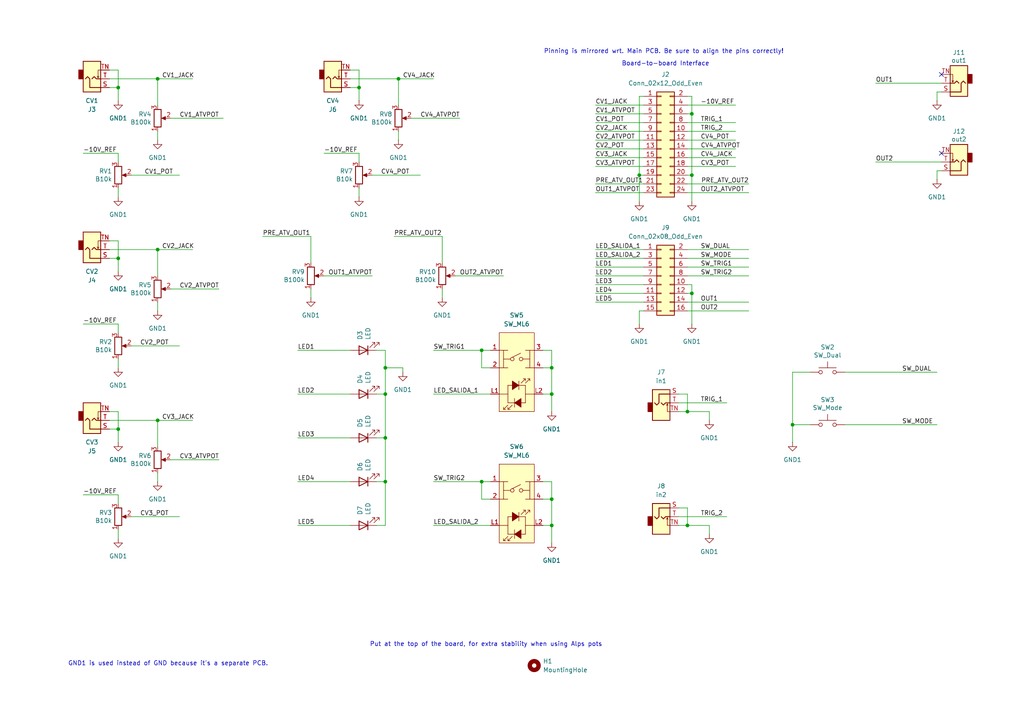
<source format=kicad_sch>
(kicad_sch (version 20231120) (generator "eeschema") (generator_version "8.0")
  (paper "A4")
  (title_block (title "Front PCB") (date "2024-09-14") (rev "v0.1") (company "Sluisbrinkie"))
  (lib_symbols
    (symbol "Connector_Audio:AudioJack2_SwitchT"
      (property "Reference" "J" (at 0 8.89 0))
      (property "Value" "AudioJack2_SwitchT" (at 0 6.35 0))
      (symbol "AudioJack2_SwitchT_0_1"
        (rectangle (start -2.54 0) (end -3.81 -2.54) (stroke (width 0.254)) (fill (type outline)))
        (polyline (pts (xy 1.778 -0.254) (xy 2.032 -0.762)))
        (polyline (pts (xy 0 0) (xy 0.635 -0.635) (xy 1.27 0) (xy 2.54 0)) (stroke (width 0.254)))
        (polyline (pts (xy 2.54 -2.54) (xy 1.778 -2.54) (xy 1.778 -0.254) (xy 1.524 -0.762)))
        (polyline (pts (xy 2.54 2.54) (xy -0.635 2.54) (xy -0.635 0) (xy -1.27 -0.635) (xy -1.905 0)) (stroke (width 0.254)))
        (rectangle (start 2.54 3.81) (end -2.54 -5.08) (stroke (width 0.254)) (fill (type background)))
      )
      (symbol "AudioJack2_SwitchT_1_1"
        (pin passive line (at 5.08 2.54 180) (length 2.54) (name "~") (number "S"))
        (pin passive line (at 5.08 0 180) (length 2.54) (name "~") (number "T"))
        (pin passive line (at 5.08 -2.54 180) (length 2.54) (name "~") (number "TN"))
      )
    )
    (symbol "Connector_Generic:Conn_02x08_Odd_Even" (pin_names (offset 1.016) hide)
      (property "Reference" "J" (at 1.27 10.16 0))
      (property "Value" "Conn_02x08_Odd_Even" (at 1.27 -12.7 0))
      (symbol "Conn_02x08_Odd_Even_1_1"
        (rectangle (start -1.27 -10.033) (end 0 -10.287) (stroke (width 0.1524)))
        (rectangle (start -1.27 -7.493) (end 0 -7.747) (stroke (width 0.1524)))
        (rectangle (start -1.27 -4.953) (end 0 -5.207) (stroke (width 0.1524)))
        (rectangle (start -1.27 -2.413) (end 0 -2.667) (stroke (width 0.1524)))
        (rectangle (start -1.27 0.127) (end 0 -0.127) (stroke (width 0.1524)))
        (rectangle (start -1.27 2.667) (end 0 2.413) (stroke (width 0.1524)))
        (rectangle (start -1.27 5.207) (end 0 4.953) (stroke (width 0.1524)))
        (rectangle (start -1.27 7.747) (end 0 7.493) (stroke (width 0.1524)))
        (rectangle (start -1.27 8.89) (end 3.81 -11.43) (stroke (width 0.254)) (fill (type background)))
        (rectangle (start 3.81 -10.033) (end 2.54 -10.287) (stroke (width 0.1524)))
        (rectangle (start 3.81 -7.493) (end 2.54 -7.747) (stroke (width 0.1524)))
        (rectangle (start 3.81 -4.953) (end 2.54 -5.207) (stroke (width 0.1524)))
        (rectangle (start 3.81 -2.413) (end 2.54 -2.667) (stroke (width 0.1524)))
        (rectangle (start 3.81 0.127) (end 2.54 -0.127) (stroke (width 0.1524)))
        (rectangle (start 3.81 2.667) (end 2.54 2.413) (stroke (width 0.1524)))
        (rectangle (start 3.81 5.207) (end 2.54 4.953) (stroke (width 0.1524)))
        (rectangle (start 3.81 7.747) (end 2.54 7.493) (stroke (width 0.1524)))
        (pin passive line (at -5.08 7.62 0) (length 3.81) (name "Pin_1") (number "1"))
        (pin passive line (at 7.62 -2.54 180) (length 3.81) (name "Pin_10") (number "10"))
        (pin passive line (at -5.08 -5.08 0) (length 3.81) (name "Pin_11") (number "11"))
        (pin passive line (at 7.62 -5.08 180) (length 3.81) (name "Pin_12") (number "12"))
        (pin passive line (at -5.08 -7.62 0) (length 3.81) (name "Pin_13") (number "13"))
        (pin passive line (at 7.62 -7.62 180) (length 3.81) (name "Pin_14") (number "14"))
        (pin passive line (at -5.08 -10.16 0) (length 3.81) (name "Pin_15") (number "15"))
        (pin passive line (at 7.62 -10.16 180) (length 3.81) (name "Pin_16") (number "16"))
        (pin passive line (at 7.62 7.62 180) (length 3.81) (name "Pin_2") (number "2"))
        (pin passive line (at -5.08 5.08 0) (length 3.81) (name "Pin_3") (number "3"))
        (pin passive line (at 7.62 5.08 180) (length 3.81) (name "Pin_4") (number "4"))
        (pin passive line (at -5.08 2.54 0) (length 3.81) (name "Pin_5") (number "5"))
        (pin passive line (at 7.62 2.54 180) (length 3.81) (name "Pin_6") (number "6"))
        (pin passive line (at -5.08 0 0) (length 3.81) (name "Pin_7") (number "7"))
        (pin passive line (at 7.62 0 180) (length 3.81) (name "Pin_8") (number "8"))
        (pin passive line (at -5.08 -2.54 0) (length 3.81) (name "Pin_9") (number "9"))
      )
    )
    (symbol "Connector_Generic:Conn_02x12_Odd_Even" (pin_names (offset 1.016) hide)
      (property "Reference" "J" (at 1.27 15.24 0))
      (property "Value" "Conn_02x12_Odd_Even" (at 1.27 -17.78 0))
      (symbol "Conn_02x12_Odd_Even_1_1"
        (rectangle (start -1.27 -15.113) (end 0 -15.367) (stroke (width 0.1524)))
        (rectangle (start -1.27 -12.573) (end 0 -12.827) (stroke (width 0.1524)))
        (rectangle (start -1.27 -10.033) (end 0 -10.287) (stroke (width 0.1524)))
        (rectangle (start -1.27 -7.493) (end 0 -7.747) (stroke (width 0.1524)))
        (rectangle (start -1.27 -4.953) (end 0 -5.207) (stroke (width 0.1524)))
        (rectangle (start -1.27 -2.413) (end 0 -2.667) (stroke (width 0.1524)))
        (rectangle (start -1.27 0.127) (end 0 -0.127) (stroke (width 0.1524)))
        (rectangle (start -1.27 2.667) (end 0 2.413) (stroke (width 0.1524)))
        (rectangle (start -1.27 5.207) (end 0 4.953) (stroke (width 0.1524)))
        (rectangle (start -1.27 7.747) (end 0 7.493) (stroke (width 0.1524)))
        (rectangle (start -1.27 10.287) (end 0 10.033) (stroke (width 0.1524)))
        (rectangle (start -1.27 12.827) (end 0 12.573) (stroke (width 0.1524)))
        (rectangle (start -1.27 13.97) (end 3.81 -16.51) (stroke (width 0.254)) (fill (type background)))
        (rectangle (start 3.81 -15.113) (end 2.54 -15.367) (stroke (width 0.1524)))
        (rectangle (start 3.81 -12.573) (end 2.54 -12.827) (stroke (width 0.1524)))
        (rectangle (start 3.81 -10.033) (end 2.54 -10.287) (stroke (width 0.1524)))
        (rectangle (start 3.81 -7.493) (end 2.54 -7.747) (stroke (width 0.1524)))
        (rectangle (start 3.81 -4.953) (end 2.54 -5.207) (stroke (width 0.1524)))
        (rectangle (start 3.81 -2.413) (end 2.54 -2.667) (stroke (width 0.1524)))
        (rectangle (start 3.81 0.127) (end 2.54 -0.127) (stroke (width 0.1524)))
        (rectangle (start 3.81 2.667) (end 2.54 2.413) (stroke (width 0.1524)))
        (rectangle (start 3.81 5.207) (end 2.54 4.953) (stroke (width 0.1524)))
        (rectangle (start 3.81 7.747) (end 2.54 7.493) (stroke (width 0.1524)))
        (rectangle (start 3.81 10.287) (end 2.54 10.033) (stroke (width 0.1524)))
        (rectangle (start 3.81 12.827) (end 2.54 12.573) (stroke (width 0.1524)))
        (pin passive line (at -5.08 12.7 0) (length 3.81) (name "Pin_1") (number "1"))
        (pin passive line (at 7.62 2.54 180) (length 3.81) (name "Pin_10") (number "10"))
        (pin passive line (at -5.08 0 0) (length 3.81) (name "Pin_11") (number "11"))
        (pin passive line (at 7.62 0 180) (length 3.81) (name "Pin_12") (number "12"))
        (pin passive line (at -5.08 -2.54 0) (length 3.81) (name "Pin_13") (number "13"))
        (pin passive line (at 7.62 -2.54 180) (length 3.81) (name "Pin_14") (number "14"))
        (pin passive line (at -5.08 -5.08 0) (length 3.81) (name "Pin_15") (number "15"))
        (pin passive line (at 7.62 -5.08 180) (length 3.81) (name "Pin_16") (number "16"))
        (pin passive line (at -5.08 -7.62 0) (length 3.81) (name "Pin_17") (number "17"))
        (pin passive line (at 7.62 -7.62 180) (length 3.81) (name "Pin_18") (number "18"))
        (pin passive line (at -5.08 -10.16 0) (length 3.81) (name "Pin_19") (number "19"))
        (pin passive line (at 7.62 12.7 180) (length 3.81) (name "Pin_2") (number "2"))
        (pin passive line (at 7.62 -10.16 180) (length 3.81) (name "Pin_20") (number "20"))
        (pin passive line (at -5.08 -12.7 0) (length 3.81) (name "Pin_21") (number "21"))
        (pin passive line (at 7.62 -12.7 180) (length 3.81) (name "Pin_22") (number "22"))
        (pin passive line (at -5.08 -15.24 0) (length 3.81) (name "Pin_23") (number "23"))
        (pin passive line (at 7.62 -15.24 180) (length 3.81) (name "Pin_24") (number "24"))
        (pin passive line (at -5.08 10.16 0) (length 3.81) (name "Pin_3") (number "3"))
        (pin passive line (at 7.62 10.16 180) (length 3.81) (name "Pin_4") (number "4"))
        (pin passive line (at -5.08 7.62 0) (length 3.81) (name "Pin_5") (number "5"))
        (pin passive line (at 7.62 7.62 180) (length 3.81) (name "Pin_6") (number "6"))
        (pin passive line (at -5.08 5.08 0) (length 3.81) (name "Pin_7") (number "7"))
        (pin passive line (at 7.62 5.08 180) (length 3.81) (name "Pin_8") (number "8"))
        (pin passive line (at -5.08 2.54 0) (length 3.81) (name "Pin_9") (number "9"))
      )
    )
    (symbol "Device:LED" (pin_numbers hide) (pin_names (offset 1.016) hide)
      (property "Reference" "D" (at 0 2.54 0))
      (property "Value" "LED" (at 0 -2.54 0))
      (symbol "LED_0_1"
        (polyline (pts (xy -1.27 -1.27) (xy -1.27 1.27)) (stroke (width 0.254)))
        (polyline (pts (xy -1.27 0) (xy 1.27 0)))
        (polyline (pts (xy 1.27 -1.27) (xy 1.27 1.27) (xy -1.27 0) (xy 1.27 -1.27)) (stroke (width 0.254)))
        (polyline (pts (xy -3.048 -0.762) (xy -4.572 -2.286) (xy -3.81 -2.286) (xy -4.572 -2.286) (xy -4.572 -1.524)))
        (polyline (pts (xy -1.778 -0.762) (xy -3.302 -2.286) (xy -2.54 -2.286) (xy -3.302 -2.286) (xy -3.302 -1.524)))
      )
      (symbol "LED_1_1"
        (pin passive line (at -3.81 0 0) (length 2.54) (name "K") (number "1"))
        (pin passive line (at 3.81 0 180) (length 2.54) (name "A") (number "2"))
      )
    )
    (symbol "Device:R_Potentiometer" (pin_names (offset 1.016) hide)
      (property "Reference" "RV" (at -4.445 0 90))
      (property "Value" "R_Potentiometer" (at -2.54 0 90))
      (symbol "R_Potentiometer_0_1"
        (polyline (pts (xy 2.54 0) (xy 1.524 0)))
        (polyline (pts (xy 1.143 0) (xy 2.286 0.508) (xy 2.286 -0.508) (xy 1.143 0)) (fill (type outline)))
        (rectangle (start 1.016 2.54) (end -1.016 -2.54) (stroke (width 0.254)))
      )
      (symbol "R_Potentiometer_1_1"
        (pin passive line (at 0 3.81 270) (length 1.27) (name "1") (number "1"))
        (pin passive line (at 3.81 0 180) (length 1.27) (name "2") (number "2"))
        (pin passive line (at 0 -3.81 90) (length 1.27) (name "3") (number "3"))
      )
    )
    (symbol "Library:SW_ML6" (pin_names (offset 1.016) hide)
      (property "Reference" "SW" (at 0 16.256 0))
      (property "Value" "SW_ML6" (at 0 -8.89 0))
      (symbol "SW_ML6_0_0"
        (polyline (pts (xy -5.08 -2.54) (xy -2.54 -2.54)))
        (polyline (pts (xy -5.08 5.08) (xy -2.54 5.08)))
        (polyline (pts (xy -5.08 10.16) (xy -2.54 10.16)))
        (polyline (pts (xy -3.81 -6.985) (xy -2.54 -5.715)))
        (polyline (pts (xy -2.54 -6.985) (xy -1.27 -5.715)))
        (polyline (pts (xy -2.54 -5.08) (xy 2.54 -5.08)))
        (polyline (pts (xy -2.54 0) (xy -2.54 -5.08)))
        (polyline (pts (xy -0.635 -3.81) (xy -0.635 -6.35)))
        (polyline (pts (xy 0.635 1.27) (xy 0.635 -1.27)))
        (polyline (pts (xy 2.54 0) (xy -2.54 0)))
        (polyline (pts (xy 2.54 0) (xy 2.54 -5.08)))
        (polyline (pts (xy 2.54 1.905) (xy 1.27 0.635)))
        (polyline (pts (xy 2.54 5.08) (xy 5.08 5.08)))
        (polyline (pts (xy 2.54 10.16) (xy 5.08 10.16)))
        (polyline (pts (xy 3.81 1.905) (xy 2.54 0.635)))
        (polyline (pts (xy 5.08 -2.54) (xy 2.54 -2.54)))
        (polyline (pts (xy -3.81 -6.35) (xy -3.81 -6.985) (xy -3.175 -6.985)))
        (polyline (pts (xy -2.54 -6.35) (xy -2.54 -6.985) (xy -1.905 -6.985)))
        (polyline (pts (xy 2.54 1.27) (xy 2.54 1.905) (xy 1.905 1.905)))
        (polyline (pts (xy 3.81 1.27) (xy 3.81 1.905) (xy 3.175 1.905)))
        (polyline (pts (xy -0.635 -5.08) (xy 1.27 -3.81) (xy 1.27 -6.35) (xy -0.635 -5.08)) (fill (type outline)))
        (polyline (pts (xy 0.635 0) (xy -1.27 1.27) (xy -1.27 -1.27) (xy 0.635 0)) (fill (type outline)))
      )
      (symbol "SW_ML6_0_1"
        (circle (center -1.27 7.62) (radius 0.508))
        (polyline (pts (xy -3.81 5.08) (xy -3.81 10.16)))
        (polyline (pts (xy 3.81 10.16) (xy 3.81 5.08)))
        (polyline (pts (xy -3.81 7.62) (xy -1.7848 7.6186) (xy -2.54 7.62)))
        (circle (center 1.27 7.62) (radius 0.508))
        (pin passive line (at -7.62 10.16 0) (length 2.54) (name "1") (number "1"))
        (pin passive line (at 7.62 5.08 180) (length 2.54) (name "A") (number "4"))
      )
      (symbol "SW_ML6_1_1"
        (rectangle (start -5.08 15.24) (end 5.08 -7.62) (fill (type background)))
        (polyline (pts (xy -1.2812 8.136) (xy 1.1414 9.3278)))
        (polyline (pts (xy 1.7834 7.6307) (xy 3.8086 7.6293) (xy 3.0534 7.6307)))
        (pin passive line (at -7.62 5.08 0) (length 2.54) (name "2") (number "2"))
        (pin passive line (at 7.62 10.16 180) (length 2.54) (name "3") (number "3"))
        (pin passive line (at -7.62 -2.54 0) (length 2.54) (name "L1") (number "L1"))
        (pin passive line (at 7.62 -2.54 180) (length 2.54) (name "L2") (number "L2"))
      )
    )
    (symbol "Mechanical:MountingHole" (pin_names (offset 1.016)) (exclude_from_sim yes) (in_bom no)
      (property "Reference" "H" (at 0 5.08 0))
      (property "Value" "MountingHole" (at 0 3.175 0))
      (symbol "MountingHole_0_1"
        (circle (center 0 0) (radius 1.27) (stroke (width 1.27)))
      )
    )
    (symbol "Switch:SW_Push" (pin_numbers hide) (pin_names (offset 1.016) hide)
      (property "Reference" "SW" (at 1.27 2.54 0))
      (property "Value" "SW_Push" (at 0 -1.524 0))
      (symbol "SW_Push_0_1"
        (circle (center -2.032 0) (radius 0.508))
        (polyline (pts (xy 0 1.27) (xy 0 3.048)))
        (polyline (pts (xy 2.54 1.27) (xy -2.54 1.27)))
        (circle (center 2.032 0) (radius 0.508))
        (pin passive line (at -5.08 0 0) (length 2.54) (name "1") (number "1"))
        (pin passive line (at 5.08 0 180) (length 2.54) (name "2") (number "2"))
      )
    )
    (symbol "power:GND1" (power) (pin_numbers hide) (pin_names (offset 0) hide)
      (property "Value" "GND1" (at 0 -3.81 0))
      (symbol "GND1_0_1"
        (polyline (pts (xy 0 0) (xy 0 -1.27) (xy 1.27 -1.27) (xy 0 -2.54) (xy -1.27 -1.27) (xy 0 -1.27)))
      )
      (symbol "GND1_1_1"
        (pin power_in line (at 0 0 270) (length 0) (name "~") (number "1"))
      )
    )
  )
  (junction (at 139.7 101.6))
  (junction (at 34.29 74.93))
  (junction (at 104.14 25.4))
  (junction (at 185.42 50.8))
  (junction (at 199.39 119.38))
  (junction (at 139.7 139.7))
  (junction (at 160.02 144.78))
  (junction (at 34.29 124.46))
  (junction (at 111.76 114.3))
  (junction (at 200.66 85.09))
  (junction (at 200.66 33.02))
  (junction (at 45.72 72.39))
  (junction (at 45.72 121.92))
  (junction (at 111.76 139.7))
  (junction (at 111.76 106.68))
  (junction (at 160.02 114.3))
  (junction (at 160.02 152.4))
  (junction (at 111.76 127))
  (junction (at 229.87 123.19))
  (junction (at 199.39 152.4))
  (junction (at 34.29 25.4))
  (junction (at 115.57 22.86))
  (junction (at 160.02 106.68))
  (junction (at 45.72 22.86))
  (junction (at 200.66 50.8))
  (no_connect (at 273.05 44.45))
  (no_connect (at 273.05 21.59))
  (wire (pts (xy 125.73 152.4) (xy 142.24 152.4)))
  (wire (pts (xy 142.24 106.68) (xy 139.7 106.68)))
  (wire (pts (xy 45.72 22.86) (xy 55.88 22.86)))
  (wire (pts (xy 128.27 68.58) (xy 128.27 76.2)))
  (wire (pts (xy 90.17 83.82) (xy 90.17 86.36)))
  (wire (pts (xy 199.39 43.18) (xy 213.36 43.18)))
  (wire (pts (xy 199.39 82.55) (xy 200.66 82.55)))
  (wire (pts (xy 45.72 121.92) (xy 45.72 129.54)))
  (wire (pts (xy 157.48 144.78) (xy 160.02 144.78)))
  (wire (pts (xy 115.57 22.86) (xy 125.73 22.86)))
  (wire (pts (xy 45.72 22.86) (xy 45.72 30.48)))
  (wire (pts (xy 199.39 114.3) (xy 199.39 119.38)))
  (wire (pts (xy 199.39 80.01) (xy 217.17 80.01)))
  (wire (pts (xy 114.3 68.58) (xy 128.27 68.58)))
  (wire (pts (xy 31.75 25.4) (xy 34.29 25.4)))
  (wire (pts (xy 196.85 149.86) (xy 210.82 149.86)))
  (wire (pts (xy 199.39 55.88) (xy 217.17 55.88)))
  (wire (pts (xy 34.29 69.85) (xy 34.29 74.93)))
  (wire (pts (xy 200.66 85.09) (xy 200.66 82.55)))
  (wire (pts (xy 254 24.13) (xy 273.05 24.13)))
  (wire (pts (xy 172.72 48.26) (xy 186.69 48.26)))
  (wire (pts (xy 24.13 44.45) (xy 34.29 44.45)))
  (wire (pts (xy 199.39 85.09) (xy 200.66 85.09)))
  (wire (pts (xy 185.42 50.8) (xy 186.69 50.8)))
  (wire (pts (xy 34.29 20.32) (xy 34.29 25.4)))
  (wire (pts (xy 229.87 123.19) (xy 229.87 107.95)))
  (wire (pts (xy 109.22 127) (xy 111.76 127)))
  (wire (pts (xy 31.75 74.93) (xy 34.29 74.93)))
  (wire (pts (xy 199.39 40.64) (xy 213.36 40.64)))
  (wire (pts (xy 34.29 104.14) (xy 34.29 106.68)))
  (wire (pts (xy 160.02 119.38) (xy 160.02 114.3)))
  (wire (pts (xy 109.22 152.4) (xy 111.76 152.4)))
  (wire (pts (xy 157.48 114.3) (xy 160.02 114.3)))
  (wire (pts (xy 254 46.99) (xy 273.05 46.99)))
  (wire (pts (xy 199.39 72.39) (xy 217.17 72.39)))
  (wire (pts (xy 271.78 49.53) (xy 273.05 49.53)))
  (wire (pts (xy 199.39 45.72) (xy 213.36 45.72)))
  (wire (pts (xy 200.66 33.02) (xy 199.39 33.02)))
  (wire (pts (xy 199.39 119.38) (xy 205.74 119.38)))
  (wire (pts (xy 111.76 114.3) (xy 111.76 127)))
  (wire (pts (xy 34.29 44.45) (xy 34.29 46.99)))
  (wire (pts (xy 45.72 87.63) (xy 45.72 90.17)))
  (wire (pts (xy 38.1 100.33) (xy 52.07 100.33)))
  (wire (pts (xy 172.72 33.02) (xy 186.69 33.02)))
  (wire (pts (xy 160.02 157.48) (xy 160.02 152.4)))
  (wire (pts (xy 109.22 114.3) (xy 111.76 114.3)))
  (wire (pts (xy 160.02 106.68) (xy 160.02 101.6)))
  (wire (pts (xy 172.72 45.72) (xy 186.69 45.72)))
  (wire (pts (xy 199.39 35.56) (xy 213.36 35.56)))
  (wire (pts (xy 86.36 114.3) (xy 101.6 114.3)))
  (wire (pts (xy 172.72 80.01) (xy 186.69 80.01)))
  (wire (pts (xy 31.75 22.86) (xy 45.72 22.86)))
  (wire (pts (xy 119.38 34.29) (xy 133.35 34.29)))
  (wire (pts (xy 49.53 133.35) (xy 63.5 133.35)))
  (wire (pts (xy 185.42 90.17) (xy 185.42 93.98)))
  (wire (pts (xy 185.42 50.8) (xy 185.42 58.42)))
  (wire (pts (xy 172.72 74.93) (xy 186.69 74.93)))
  (wire (pts (xy 104.14 54.61) (xy 104.14 57.15)))
  (wire (pts (xy 101.6 25.4) (xy 104.14 25.4)))
  (wire (pts (xy 139.7 139.7) (xy 142.24 139.7)))
  (wire (pts (xy 31.75 20.32) (xy 34.29 20.32)))
  (wire (pts (xy 24.13 93.98) (xy 34.29 93.98)))
  (wire (pts (xy 271.78 26.67) (xy 273.05 26.67)))
  (wire (pts (xy 24.13 143.51) (xy 34.29 143.51)))
  (wire (pts (xy 115.57 38.1) (xy 115.57 40.64)))
  (wire (pts (xy 34.29 128.27) (xy 34.29 124.46)))
  (wire (pts (xy 199.39 152.4) (xy 205.74 152.4)))
  (wire (pts (xy 31.75 69.85) (xy 34.29 69.85)))
  (wire (pts (xy 34.29 119.38) (xy 34.29 124.46)))
  (wire (pts (xy 90.17 68.58) (xy 90.17 76.2)))
  (wire (pts (xy 199.39 38.1) (xy 213.36 38.1)))
  (wire (pts (xy 160.02 152.4) (xy 160.02 144.78)))
  (wire (pts (xy 139.7 106.68) (xy 139.7 101.6)))
  (wire (pts (xy 107.95 50.8) (xy 121.92 50.8)))
  (wire (pts (xy 109.22 139.7) (xy 111.76 139.7)))
  (wire (pts (xy 86.36 101.6) (xy 101.6 101.6)))
  (wire (pts (xy 31.75 121.92) (xy 45.72 121.92)))
  (wire (pts (xy 38.1 50.8) (xy 52.07 50.8)))
  (wire (pts (xy 45.72 137.16) (xy 45.72 139.7)))
  (wire (pts (xy 229.87 123.19) (xy 229.87 128.27)))
  (wire (pts (xy 245.11 123.19) (xy 271.78 123.19)))
  (wire (pts (xy 160.02 101.6) (xy 157.48 101.6)))
  (wire (pts (xy 172.72 38.1) (xy 186.69 38.1)))
  (wire (pts (xy 34.29 143.51) (xy 34.29 146.05)))
  (wire (pts (xy 172.72 35.56) (xy 186.69 35.56)))
  (wire (pts (xy 271.78 29.21) (xy 271.78 26.67)))
  (wire (pts (xy 245.11 107.95) (xy 271.78 107.95)))
  (wire (pts (xy 86.36 139.7) (xy 101.6 139.7)))
  (wire (pts (xy 172.72 53.34) (xy 186.69 53.34)))
  (wire (pts (xy 104.14 20.32) (xy 104.14 25.4)))
  (wire (pts (xy 172.72 43.18) (xy 186.69 43.18)))
  (wire (pts (xy 104.14 44.45) (xy 104.14 46.99)))
  (wire (pts (xy 172.72 82.55) (xy 186.69 82.55)))
  (wire (pts (xy 31.75 72.39) (xy 45.72 72.39)))
  (wire (pts (xy 200.66 85.09) (xy 200.66 93.98)))
  (wire (pts (xy 199.39 53.34) (xy 217.17 53.34)))
  (wire (pts (xy 101.6 22.86) (xy 115.57 22.86)))
  (wire (pts (xy 86.36 152.4) (xy 101.6 152.4)))
  (wire (pts (xy 185.42 27.94) (xy 185.42 50.8)))
  (wire (pts (xy 172.72 85.09) (xy 186.69 85.09)))
  (wire (pts (xy 31.75 124.46) (xy 34.29 124.46)))
  (wire (pts (xy 49.53 34.29) (xy 64.77 34.29)))
  (wire (pts (xy 34.29 29.21) (xy 34.29 25.4)))
  (wire (pts (xy 115.57 22.86) (xy 115.57 30.48)))
  (wire (pts (xy 139.7 101.6) (xy 142.24 101.6)))
  (wire (pts (xy 196.85 114.3) (xy 199.39 114.3)))
  (wire (pts (xy 128.27 83.82) (xy 128.27 86.36)))
  (wire (pts (xy 199.39 27.94) (xy 200.66 27.94)))
  (wire (pts (xy 160.02 139.7) (xy 157.48 139.7)))
  (wire (pts (xy 160.02 114.3) (xy 160.02 106.68)))
  (wire (pts (xy 172.72 77.47) (xy 186.69 77.47)))
  (wire (pts (xy 76.2 68.58) (xy 90.17 68.58)))
  (wire (pts (xy 93.98 80.01) (xy 107.95 80.01)))
  (wire (pts (xy 31.75 119.38) (xy 34.29 119.38)))
  (wire (pts (xy 205.74 119.38) (xy 205.74 121.92)))
  (wire (pts (xy 111.76 106.68) (xy 111.76 114.3)))
  (wire (pts (xy 125.73 139.7) (xy 139.7 139.7)))
  (wire (pts (xy 34.29 153.67) (xy 34.29 156.21)))
  (wire (pts (xy 116.84 107.95) (xy 116.84 106.68)))
  (wire (pts (xy 196.85 152.4) (xy 199.39 152.4)))
  (wire (pts (xy 139.7 144.78) (xy 139.7 139.7)))
  (wire (pts (xy 196.85 116.84) (xy 210.82 116.84)))
  (wire (pts (xy 86.36 127) (xy 101.6 127)))
  (wire (pts (xy 157.48 106.68) (xy 160.02 106.68)))
  (wire (pts (xy 205.74 152.4) (xy 205.74 154.94)))
  (wire (pts (xy 111.76 106.68) (xy 116.84 106.68)))
  (wire (pts (xy 199.39 74.93) (xy 217.17 74.93)))
  (wire (pts (xy 111.76 127) (xy 111.76 139.7)))
  (wire (pts (xy 160.02 144.78) (xy 160.02 139.7)))
  (wire (pts (xy 186.69 27.94) (xy 185.42 27.94)))
  (wire (pts (xy 157.48 152.4) (xy 160.02 152.4)))
  (wire (pts (xy 111.76 101.6) (xy 109.22 101.6)))
  (wire (pts (xy 45.72 121.92) (xy 55.88 121.92)))
  (wire (pts (xy 49.53 83.82) (xy 63.5 83.82)))
  (wire (pts (xy 196.85 119.38) (xy 199.39 119.38)))
  (wire (pts (xy 234.95 123.19) (xy 229.87 123.19)))
  (wire (pts (xy 125.73 114.3) (xy 142.24 114.3)))
  (wire (pts (xy 111.76 152.4) (xy 111.76 139.7)))
  (wire (pts (xy 200.66 27.94) (xy 200.66 33.02)))
  (wire (pts (xy 172.72 72.39) (xy 186.69 72.39)))
  (wire (pts (xy 45.72 72.39) (xy 45.72 80.01)))
  (wire (pts (xy 132.08 80.01) (xy 146.05 80.01)))
  (wire (pts (xy 200.66 50.8) (xy 200.66 33.02)))
  (wire (pts (xy 142.24 144.78) (xy 139.7 144.78)))
  (wire (pts (xy 45.72 72.39) (xy 55.88 72.39)))
  (wire (pts (xy 199.39 87.63) (xy 217.17 87.63)))
  (wire (pts (xy 125.73 101.6) (xy 139.7 101.6)))
  (wire (pts (xy 172.72 30.48) (xy 186.69 30.48)))
  (wire (pts (xy 185.42 90.17) (xy 186.69 90.17)))
  (wire (pts (xy 101.6 20.32) (xy 104.14 20.32)))
  (wire (pts (xy 234.95 107.95) (xy 229.87 107.95)))
  (wire (pts (xy 111.76 106.68) (xy 111.76 101.6)))
  (wire (pts (xy 271.78 52.07) (xy 271.78 49.53)))
  (wire (pts (xy 199.39 50.8) (xy 200.66 50.8)))
  (wire (pts (xy 199.39 30.48) (xy 213.36 30.48)))
  (wire (pts (xy 199.39 90.17) (xy 217.17 90.17)))
  (wire (pts (xy 104.14 29.21) (xy 104.14 25.4)))
  (wire (pts (xy 172.72 87.63) (xy 186.69 87.63)))
  (wire (pts (xy 199.39 48.26) (xy 213.36 48.26)))
  (wire (pts (xy 172.72 55.88) (xy 186.69 55.88)))
  (wire (pts (xy 34.29 78.74) (xy 34.29 74.93)))
  (wire (pts (xy 199.39 77.47) (xy 217.17 77.47)))
  (wire (pts (xy 199.39 147.32) (xy 199.39 152.4)))
  (wire (pts (xy 196.85 147.32) (xy 199.39 147.32)))
  (wire (pts (xy 45.72 38.1) (xy 45.72 40.64)))
  (wire (pts (xy 38.1 149.86) (xy 52.07 149.86)))
  (wire (pts (xy 172.72 40.64) (xy 186.69 40.64)))
  (wire (pts (xy 200.66 58.42) (xy 200.66 50.8)))
  (wire (pts (xy 34.29 54.61) (xy 34.29 57.15)))
  (wire (pts (xy 93.98 44.45) (xy 104.14 44.45)))
  (wire (pts (xy 34.29 93.98) (xy 34.29 96.52)))
  (text "Pinning is mirrored wrt. Main PCB. Be sure to align the pins correctly!" (at 192.532 14.986 0) (effects (font (size 1.27 1.27))))
  (text "Board-to-board Interface\n" (at 193.04 18.542 0) (effects (font (size 1.27 1.27) (thickness 0.1588))))
  (text "Put at the top of the board, for extra stability when using Alps pots" (at 140.97 186.944 0) (effects (font (size 1.27 1.27) (thickness 0.1588))))
  (text "GND1 is used instead of GND because it's a separate PCB." (at 48.768 192.532 0) (effects (font (size 1.27 1.27))))
  (label "OUT2_ATVPOT" (at 203.2 55.88 0))
  (label "CV3_ATVPOT" (at 52.07 133.35 0))
  (label "LED4" (at 86.36 139.7 0))
  (label "CV4_ATVPOT" (at 121.92 34.29 0))
  (label "CV3_ATVPOT" (at 172.72 48.26 0))
  (label "CV4_POT" (at 110.49 50.8 0))
  (label "LED5" (at 172.72 87.63 0))
  (label "OUT1_ATVPOT" (at 172.72 55.88 0))
  (label "CV1_ATVPOT" (at 172.72 33.02 0))
  (label "TRIG_1" (at 203.2 35.56 0))
  (label "-10V_REF" (at 24.13 44.45 0))
  (label "LED1" (at 172.72 77.47 0))
  (label "CV1_POT" (at 41.91 50.8 0))
  (label "LED3" (at 172.72 82.55 0))
  (label "CV2_ATVPOT" (at 172.72 40.64 0))
  (label "CV2_ATVPOT" (at 52.07 83.82 0))
  (label "TRIG_2" (at 203.2 149.86 0))
  (label "CV1_POT" (at 172.72 35.56 0))
  (label "PRE_ATV_OUT2" (at 217.17 53.34 180))
  (label "SW_TRIG2" (at 125.73 139.7 0))
  (label "LED5" (at 86.36 152.4 0))
  (label "CV3_JACK" (at 46.99 121.92 0))
  (label "SW_TRIG1" (at 203.2 77.47 0))
  (label "OUT1" (at 254 24.13 0))
  (label "LED3" (at 86.36 127 0))
  (label "CV2_JACK" (at 46.99 72.39 0))
  (label "OUT2" (at 203.2 90.17 0))
  (label "LED_SALIDA_2" (at 125.73 152.4 0))
  (label "CV1_ATVPOT" (at 52.07 34.29 0))
  (label "LED4" (at 172.72 85.09 0))
  (label "LED_SALIDA_2" (at 172.72 74.93 0))
  (label "-10V_REF" (at 203.2 30.48 0))
  (label "OUT2_ATVPOT" (at 146.05 80.01 180))
  (label "LED2" (at 86.36 114.3 0))
  (label "-10V_REF" (at 93.98 44.45 0))
  (label "OUT2" (at 254 46.99 0))
  (label "LED1" (at 86.36 101.6 0))
  (label "LED_SALIDA_1" (at 172.72 72.39 0))
  (label "LED_SALIDA_1" (at 125.73 114.3 0))
  (label "SW_DUAL" (at 203.2 72.39 0))
  (label "PRE_ATV_OUT1" (at 76.2 68.58 0))
  (label "SW_TRIG1" (at 125.73 101.6 0))
  (label "-10V_REF" (at 24.13 143.51 0))
  (label "OUT1_ATVPOT" (at 107.95 80.01 180))
  (label "CV3_POT" (at 203.2 48.26 0))
  (label "SW_TRIG2" (at 203.2 80.01 0))
  (label "CV2_POT" (at 40.64 100.33 0))
  (label "CV4_JACK" (at 116.84 22.86 0))
  (label "PRE_ATV_OUT1" (at 172.72 53.34 0))
  (label "CV4_POT" (at 203.2 40.64 0))
  (label "SW_MODE" (at 203.2 74.93 0))
  (label "CV2_POT" (at 172.72 43.18 0))
  (label "SW_DUAL" (at 261.62 107.95 0))
  (label "PRE_ATV_OUT2" (at 114.3 68.58 0))
  (label "TRIG_2" (at 203.2 38.1 0))
  (label "SW_MODE" (at 261.62 123.19 0))
  (label "CV1_JACK" (at 172.72 30.48 0))
  (label "TRIG_1" (at 203.2 116.84 0))
  (label "CV4_ATVPOT" (at 203.2 43.18 0))
  (label "CV2_JACK" (at 172.72 38.1 0))
  (label "CV3_JACK" (at 172.72 45.72 0))
  (label "OUT1" (at 203.2 87.63 0))
  (label "CV3_POT" (at 40.64 149.86 0))
  (label "CV4_JACK" (at 203.2 45.72 0))
  (label "CV1_JACK" (at 46.99 22.86 0))
  (label "-10V_REF" (at 24.13 93.98 0))
  (label "LED2" (at 172.72 80.01 0))
  (symbol (lib_id "power:GND1") (at 200.66 93.98 0) (unit 1)
    (property "Reference" "#PWR03" (effects (hide yes)))
    (property "Value" "GND1" (at 200.66 99.06 0))
    (property "Description" "Power symbol creates a global label with name \"GND1\" , ground" (effects (hide yes)))
  )
  (symbol (lib_id "power:GND1") (at 271.78 29.21 0) (unit 1)
    (property "Reference" "#PWR023" (effects (hide yes)))
    (property "Value" "GND1" (at 271.78 34.29 0))
    (property "Description" "Power symbol creates a global label with name \"GND1\" , ground" (effects (hide yes)))
  )
  (symbol (lib_id "Device:LED") (at 105.41 127 180) (unit 1)
    (property "Reference" "D5" (at 104.4194 124.0028 90) (effects (justify right)))
    (property "Value" "LED" (at 106.7308 124.0028 90) (effects (justify right)))
    (property "Footprint" "LED_THT:LED_D3.0mm" (effects (hide yes)))
  )
  (symbol (lib_id "Device:LED") (at 105.41 114.3 180) (unit 1)
    (property "Reference" "D4" (at 104.4194 111.3028 90) (effects (justify right)))
    (property "Value" "LED" (at 106.7308 111.3028 90) (effects (justify right)))
    (property "Footprint" "LED_THT:LED_D3.0mm" (effects (hide yes)))
  )
  (symbol (lib_id "Library:SW_ML6") (at 149.86 111.76 0) (unit 1)
    (property "Reference" "SW5" (at 149.86 91.44 0))
    (property "Value" "SW_ML6" (at 149.86 93.98 0))
    (property "Footprint" "Library:ML6-H2T2GQA" (effects (hide yes)))
  )
  (symbol (lib_id "Switch:SW_Push") (at 240.03 107.95 0) (mirror y) (unit 1)
    (property "Reference" "SW2" (at 240.03 100.711 0))
    (property "Value" "SW_Dual" (at 240.03 103.0224 0))
    (property "Footprint" "Button_Switch_THT:SW_PUSH_6mm_H13mm" (effects (hide yes)))
  )
  (symbol (lib_id "power:GND1") (at 34.29 128.27 0) (unit 1)
    (property "Reference" "#PWR08" (effects (hide yes)))
    (property "Value" "GND1" (at 34.29 133.35 0))
    (property "Description" "Power symbol creates a global label with name \"GND1\" , ground" (effects (hide yes)))
  )
  (symbol (lib_id "Mechanical:MountingHole") (at 154.94 193.04 0) (unit 1) (exclude_from_sim yes) (in_bom no)
    (property "Reference" "H1" (at 157.48 191.7699 0) (effects (justify left)))
    (property "Value" "MountingHole" (at 157.48 194.3099 0) (effects (justify left)))
    (property "Footprint" "MountingHole:MountingHole_2.7mm_M2.5" (effects (hide yes)))
    (property "Description" "Mounting Hole without connection" (effects (hide yes)))
  )
  (symbol (lib_id "power:GND1") (at 45.72 139.7 0) (unit 1)
    (property "Reference" "#PWR012" (effects (hide yes)))
    (property "Value" "GND1" (at 45.72 144.78 0))
    (property "Description" "Power symbol creates a global label with name \"GND1\" , ground" (effects (hide yes)))
  )
  (symbol (lib_id "power:GND1") (at 104.14 29.21 0) (unit 1)
    (property "Reference" "#PWR013" (effects (hide yes)))
    (property "Value" "GND1" (at 104.14 34.29 0))
    (property "Description" "Power symbol creates a global label with name \"GND1\" , ground" (effects (hide yes)))
  )
  (symbol (lib_id "power:GND1") (at 229.87 128.27 0) (unit 1)
    (property "Reference" "#PWR022" (effects (hide yes)))
    (property "Value" "GND1" (at 229.87 133.35 0))
    (property "Description" "Power symbol creates a global label with name \"GND1\" , ground" (effects (hide yes)))
  )
  (symbol (lib_id "Connector_Generic:Conn_02x08_Odd_Even") (at 191.77 80.01 0) (unit 1)
    (property "Reference" "J9" (at 193.04 66.04 0))
    (property "Value" "Conn_02x08_Odd_Even" (at 193.04 68.58 0))
    (property "Footprint" "Connector_PinHeader_2.54mm:PinHeader_2x08_P2.54mm_Vertical" (effects (hide yes)))
    (property "Description" "Generic connector, double row, 02x08, odd/even pin numbering scheme (row 1 odd numbers, row 2 even numbers), script generated (kicad-library-utils/schlib/autogen/connector/)" (effects (hide yes)))
  )
  (symbol (lib_id "power:GND1") (at 90.17 86.36 0) (unit 1)
    (property "Reference" "#PWR090" (effects (hide yes)))
    (property "Value" "GND1" (at 90.17 91.44 0))
    (property "Description" "Power symbol creates a global label with name \"GND1\" , ground" (effects (hide yes)))
  )
  (symbol (lib_id "power:GND1") (at 34.29 78.74 0) (unit 1)
    (property "Reference" "#PWR06" (effects (hide yes)))
    (property "Value" "GND1" (at 34.29 83.82 0))
    (property "Description" "Power symbol creates a global label with name \"GND1\" , ground" (effects (hide yes)))
  )
  (symbol (lib_id "power:GND1") (at 34.29 106.68 0) (unit 1)
    (property "Reference" "#PWR07" (effects (hide yes)))
    (property "Value" "GND1" (at 34.29 111.76 0))
    (property "Description" "Power symbol creates a global label with name \"GND1\" , ground" (effects (hide yes)))
  )
  (symbol (lib_id "power:GND1") (at 160.02 119.38 0) (unit 1)
    (property "Reference" "#PWR080" (effects (hide yes)))
    (property "Value" "GND1" (at 160.02 124.46 0))
    (property "Description" "Power symbol creates a global label with name \"GND1\" , ground" (effects (hide yes)))
  )
  (symbol (lib_id "power:GND1") (at 34.29 57.15 0) (unit 1)
    (property "Reference" "#PWR05" (effects (hide yes)))
    (property "Value" "GND1" (at 34.29 62.23 0))
    (property "Description" "Power symbol creates a global label with name \"GND1\" , ground" (effects (hide yes)))
  )
  (symbol (lib_id "Device:LED") (at 105.41 139.7 180) (unit 1)
    (property "Reference" "D6" (at 104.4194 136.7028 90) (effects (justify right)))
    (property "Value" "LED" (at 106.7308 136.7028 90) (effects (justify right)))
    (property "Footprint" "LED_THT:LED_D3.0mm" (effects (hide yes)))
  )
  (symbol (lib_id "Device:R_Potentiometer") (at 34.29 149.86 0) (mirror x) (unit 1)
    (property "Reference" "RV3" (at 32.512 148.6916 0) (effects (justify right)))
    (property "Value" "B10k" (at 32.512 151.003 0) (effects (justify right)))
    (property "Footprint" "Library:Potentiometer_Alps_RK09K_Single_Vertical_DSHAFT" (effects (hide yes)))
  )
  (symbol (lib_id "Connector_Audio:AudioJack2_SwitchT") (at 96.52 22.86 0) (mirror x) (unit 1)
    (property "Reference" "J6" (at 96.52 31.75 0))
    (property "Value" "CV4" (at 96.52 29.21 0))
    (property "Footprint" "Library:Jack_3.5mm_QingPu_WQP-PJ398SM_Vertical_CircularHoles_3D" (effects (hide yes)))
  )
  (symbol (lib_id "Device:R_Potentiometer") (at 128.27 80.01 0) (mirror x) (unit 1)
    (property "Reference" "RV10" (at 126.492 78.8416 0) (effects (justify right)))
    (property "Value" "B100k" (at 126.492 81.153 0) (effects (justify right)))
    (property "Footprint" "Library:Potentiometer_Alps_RK09K_Single_Vertical" (effects (hide yes)))
  )
  (symbol (lib_id "power:GND1") (at 128.27 86.36 0) (unit 1)
    (property "Reference" "#PWR091" (effects (hide yes)))
    (property "Value" "GND1" (at 128.27 91.44 0))
    (property "Description" "Power symbol creates a global label with name \"GND1\" , ground" (effects (hide yes)))
  )
  (symbol (lib_id "power:GND1") (at 205.74 154.94 0) (unit 1)
    (property "Reference" "#PWR019" (effects (hide yes)))
    (property "Value" "GND1" (at 205.74 160.02 0))
    (property "Description" "Power symbol creates a global label with name \"GND1\" , ground" (effects (hide yes)))
  )
  (symbol (lib_id "Connector_Audio:AudioJack2_SwitchT") (at 26.67 22.86 0) (mirror x) (unit 1)
    (property "Reference" "J3" (at 26.67 31.75 0))
    (property "Value" "CV1" (at 26.67 29.21 0))
    (property "Footprint" "Library:Jack_3.5mm_QingPu_WQP-PJ398SM_Vertical_CircularHoles_3D" (effects (hide yes)))
  )
  (symbol (lib_id "Connector_Audio:AudioJack2_SwitchT") (at 278.13 46.99 180) (unit 1)
    (property "Reference" "J12" (at 278.13 38.1 0))
    (property "Value" "out2" (at 278.13 40.386 0))
    (property "Footprint" "Library:Jack_3.5mm_QingPu_WQP-PJ398SM_Vertical_CircularHoles_3D" (effects (hide yes)))
  )
  (symbol (lib_id "power:GND1") (at 45.72 90.17 0) (unit 1)
    (property "Reference" "#PWR011" (effects (hide yes)))
    (property "Value" "GND1" (at 45.72 95.25 0))
    (property "Description" "Power symbol creates a global label with name \"GND1\" , ground" (effects (hide yes)))
  )
  (symbol (lib_id "power:GND1") (at 116.84 107.95 0) (unit 1)
    (property "Reference" "#PWR016" (effects (hide yes)))
    (property "Value" "GND1" (at 116.84 113.03 0))
    (property "Description" "Power symbol creates a global label with name \"GND1\" , ground" (effects (hide yes)))
  )
  (symbol (lib_id "power:GND1") (at 185.42 58.42 0) (unit 1)
    (property "Reference" "#PWR020" (effects (hide yes)))
    (property "Value" "GND1" (at 185.42 63.5 0))
    (property "Description" "Power symbol creates a global label with name \"GND1\" , ground" (effects (hide yes)))
  )
  (symbol (lib_id "power:GND1") (at 34.29 29.21 0) (unit 1)
    (property "Reference" "#PWR04" (effects (hide yes)))
    (property "Value" "GND1" (at 34.29 34.29 0))
    (property "Description" "Power symbol creates a global label with name \"GND1\" , ground" (effects (hide yes)))
  )
  (symbol (lib_id "Device:R_Potentiometer") (at 45.72 83.82 0) (mirror x) (unit 1)
    (property "Reference" "RV5" (at 43.942 82.6516 0) (effects (justify right)))
    (property "Value" "B100k" (at 43.942 84.963 0) (effects (justify right)))
    (property "Footprint" "Library:Potentiometer_Alps_RK09K_Single_Vertical" (effects (hide yes)))
  )
  (symbol (lib_id "Connector_Audio:AudioJack2_SwitchT") (at 191.77 149.86 0) (unit 1)
    (property "Reference" "J8" (at 191.77 140.97 0))
    (property "Value" "in2" (at 191.77 143.51 0))
    (property "Footprint" "Library:Jack_3.5mm_QingPu_WQP-PJ398SM_Vertical_CircularHoles_3D" (effects (hide yes)))
  )
  (symbol (lib_id "power:GND1") (at 104.14 57.15 0) (unit 1)
    (property "Reference" "#PWR014" (effects (hide yes)))
    (property "Value" "GND1" (at 104.14 62.23 0))
    (property "Description" "Power symbol creates a global label with name \"GND1\" , ground" (effects (hide yes)))
  )
  (symbol (lib_id "Device:R_Potentiometer") (at 34.29 50.8 0) (mirror x) (unit 1)
    (property "Reference" "RV1" (at 32.512 49.6316 0) (effects (justify right)))
    (property "Value" "B10k" (at 32.512 51.943 0) (effects (justify right)))
    (property "Footprint" "Library:Potentiometer_Alps_RK09K_Single_Vertical_DSHAFT" (effects (hide yes)))
  )
  (symbol (lib_id "Switch:SW_Push") (at 240.03 123.19 0) (mirror y) (unit 1)
    (property "Reference" "SW3" (at 240.03 115.951 0))
    (property "Value" "SW_Mode" (at 240.03 118.2624 0))
    (property "Footprint" "Button_Switch_THT:SW_PUSH_6mm_H13mm" (effects (hide yes)))
  )
  (symbol (lib_id "Device:R_Potentiometer") (at 34.29 100.33 0) (mirror x) (unit 1)
    (property "Reference" "RV2" (at 32.512 99.1616 0) (effects (justify right)))
    (property "Value" "B10k" (at 32.512 101.473 0) (effects (justify right)))
    (property "Footprint" "Library:Potentiometer_Alps_RK09K_Single_Vertical_DSHAFT" (effects (hide yes)))
  )
  (symbol (lib_id "Device:R_Potentiometer") (at 90.17 80.01 0) (mirror x) (unit 1)
    (property "Reference" "RV9" (at 88.392 78.8416 0) (effects (justify right)))
    (property "Value" "B100k" (at 88.392 81.153 0) (effects (justify right)))
    (property "Footprint" "Library:Potentiometer_Alps_RK09K_Single_Vertical" (effects (hide yes)))
  )
  (symbol (lib_id "power:GND1") (at 34.29 156.21 0) (unit 1)
    (property "Reference" "#PWR09" (effects (hide yes)))
    (property "Value" "GND1" (at 34.29 161.29 0))
    (property "Description" "Power symbol creates a global label with name \"GND1\" , ground" (effects (hide yes)))
  )
  (symbol (lib_id "power:GND1") (at 200.66 58.42 0) (unit 1)
    (property "Reference" "#PWR017" (effects (hide yes)))
    (property "Value" "GND1" (at 200.66 63.5 0))
    (property "Description" "Power symbol creates a global label with name \"GND1\" , ground" (effects (hide yes)))
  )
  (symbol (lib_id "Device:R_Potentiometer") (at 45.72 133.35 0) (mirror x) (unit 1)
    (property "Reference" "RV6" (at 43.942 132.1816 0) (effects (justify right)))
    (property "Value" "B100k" (at 43.942 134.493 0) (effects (justify right)))
    (property "Footprint" "Library:Potentiometer_Alps_RK09K_Single_Vertical" (effects (hide yes)))
  )
  (symbol (lib_id "Connector_Audio:AudioJack2_SwitchT") (at 191.77 116.84 0) (unit 1)
    (property "Reference" "J7" (at 191.77 107.95 0))
    (property "Value" "in1" (at 191.77 110.49 0))
    (property "Footprint" "Library:Jack_3.5mm_QingPu_WQP-PJ398SM_Vertical_CircularHoles_3D" (effects (hide yes)))
  )
  (symbol (lib_id "power:GND1") (at 205.74 121.92 0) (unit 1)
    (property "Reference" "#PWR018" (effects (hide yes)))
    (property "Value" "GND1" (at 205.74 127 0))
    (property "Description" "Power symbol creates a global label with name \"GND1\" , ground" (effects (hide yes)))
  )
  (symbol (lib_id "Device:R_Potentiometer") (at 45.72 34.29 0) (mirror x) (unit 1)
    (property "Reference" "RV4" (at 43.942 33.1216 0) (effects (justify right)))
    (property "Value" "B100k" (at 43.942 35.433 0) (effects (justify right)))
    (property "Footprint" "Library:Potentiometer_Alps_RK09K_Single_Vertical" (effects (hide yes)))
  )
  (symbol (lib_id "Device:LED") (at 105.41 101.6 180) (unit 1)
    (property "Reference" "D3" (at 104.4194 98.6028 90) (effects (justify right)))
    (property "Value" "LED" (at 106.7308 98.6028 90) (effects (justify right)))
    (property "Footprint" "LED_THT:LED_D3.0mm" (effects (hide yes)))
  )
  (symbol (lib_id "Connector_Audio:AudioJack2_SwitchT") (at 26.67 121.92 0) (mirror x) (unit 1)
    (property "Reference" "J5" (at 26.67 130.81 0))
    (property "Value" "CV3" (at 26.67 128.27 0))
    (property "Footprint" "Library:Jack_3.5mm_QingPu_WQP-PJ398SM_Vertical_CircularHoles_3D" (effects (hide yes)))
  )
  (symbol (lib_id "Device:R_Potentiometer") (at 104.14 50.8 0) (mirror x) (unit 1)
    (property "Reference" "RV7" (at 102.362 49.6316 0) (effects (justify right)))
    (property "Value" "B10k" (at 102.362 51.943 0) (effects (justify right)))
    (property "Footprint" "Library:Potentiometer_Alps_RK09K_Single_Vertical_DSHAFT" (effects (hide yes)))
  )
  (symbol (lib_id "power:GND1") (at 160.02 157.48 0) (unit 1)
    (property "Reference" "#PWR081" (effects (hide yes)))
    (property "Value" "GND1" (at 160.02 162.56 0))
    (property "Description" "Power symbol creates a global label with name \"GND1\" , ground" (effects (hide yes)))
  )
  (symbol (lib_id "Device:LED") (at 105.41 152.4 180) (unit 1)
    (property "Reference" "D7" (at 104.4194 149.4028 90) (effects (justify right)))
    (property "Value" "LED" (at 106.7308 149.4028 90) (effects (justify right)))
    (property "Footprint" "LED_THT:LED_D3.0mm" (effects (hide yes)))
  )
  (symbol (lib_id "Connector_Audio:AudioJack2_SwitchT") (at 278.13 24.13 180) (unit 1)
    (property "Reference" "J11" (at 278.13 15.24 0))
    (property "Value" "out1" (at 278.13 17.526 0))
    (property "Footprint" "Library:Jack_3.5mm_QingPu_WQP-PJ398SM_Vertical_CircularHoles_3D" (effects (hide yes)))
  )
  (symbol (lib_id "Connector_Generic:Conn_02x12_Odd_Even") (at 191.77 40.64 0) (unit 1)
    (property "Reference" "J2" (at 193.04 21.59 0))
    (property "Value" "Conn_02x12_Odd_Even" (at 193.04 24.13 0))
    (property "Footprint" "Connector_PinHeader_2.54mm:PinHeader_2x12_P2.54mm_Vertical" (effects (hide yes)))
    (property "Description" "Generic connector, double row, 02x12, odd/even pin numbering scheme (row 1 odd numbers, row 2 even numbers), script generated (kicad-library-utils/schlib/autogen/connector/)" (effects (hide yes)))
  )
  (symbol (lib_id "power:GND1") (at 271.78 52.07 0) (unit 1)
    (property "Reference" "#PWR024" (effects (hide yes)))
    (property "Value" "GND1" (at 271.78 57.15 0))
    (property "Description" "Power symbol creates a global label with name \"GND1\" , ground" (effects (hide yes)))
  )
  (symbol (lib_id "Device:R_Potentiometer") (at 115.57 34.29 0) (mirror x) (unit 1)
    (property "Reference" "RV8" (at 113.792 33.1216 0) (effects (justify right)))
    (property "Value" "B100k" (at 113.792 35.433 0) (effects (justify right)))
    (property "Footprint" "Library:Potentiometer_Alps_RK09K_Single_Vertical" (effects (hide yes)))
  )
  (symbol (lib_id "power:GND1") (at 45.72 40.64 0) (unit 1)
    (property "Reference" "#PWR010" (effects (hide yes)))
    (property "Value" "GND1" (at 45.72 45.72 0))
    (property "Description" "Power symbol creates a global label with name \"GND1\" , ground" (effects (hide yes)))
  )
  (symbol (lib_id "power:GND1") (at 185.42 93.98 0) (unit 1)
    (property "Reference" "#PWR02" (effects (hide yes)))
    (property "Value" "GND1" (at 185.42 99.06 0))
    (property "Description" "Power symbol creates a global label with name \"GND1\" , ground" (effects (hide yes)))
  )
  (symbol (lib_id "power:GND1") (at 115.57 40.64 0) (unit 1)
    (property "Reference" "#PWR015" (effects (hide yes)))
    (property "Value" "GND1" (at 115.57 45.72 0))
    (property "Description" "Power symbol creates a global label with name \"GND1\" , ground" (effects (hide yes)))
  )
  (symbol (lib_id "Connector_Audio:AudioJack2_SwitchT") (at 26.67 72.39 0) (mirror x) (unit 1)
    (property "Reference" "J4" (at 26.67 81.28 0))
    (property "Value" "CV2" (at 26.67 78.74 0))
    (property "Footprint" "Library:Jack_3.5mm_QingPu_WQP-PJ398SM_Vertical_CircularHoles_3D" (effects (hide yes)))
  )
  (symbol (lib_id "Library:SW_ML6") (at 149.86 149.86 0) (unit 1)
    (property "Reference" "SW6" (at 149.86 129.54 0))
    (property "Value" "SW_ML6" (at 149.86 132.08 0))
    (property "Footprint" "Library:ML6-H2T2GQA" (effects (hide yes)))
  )
)
</source>
